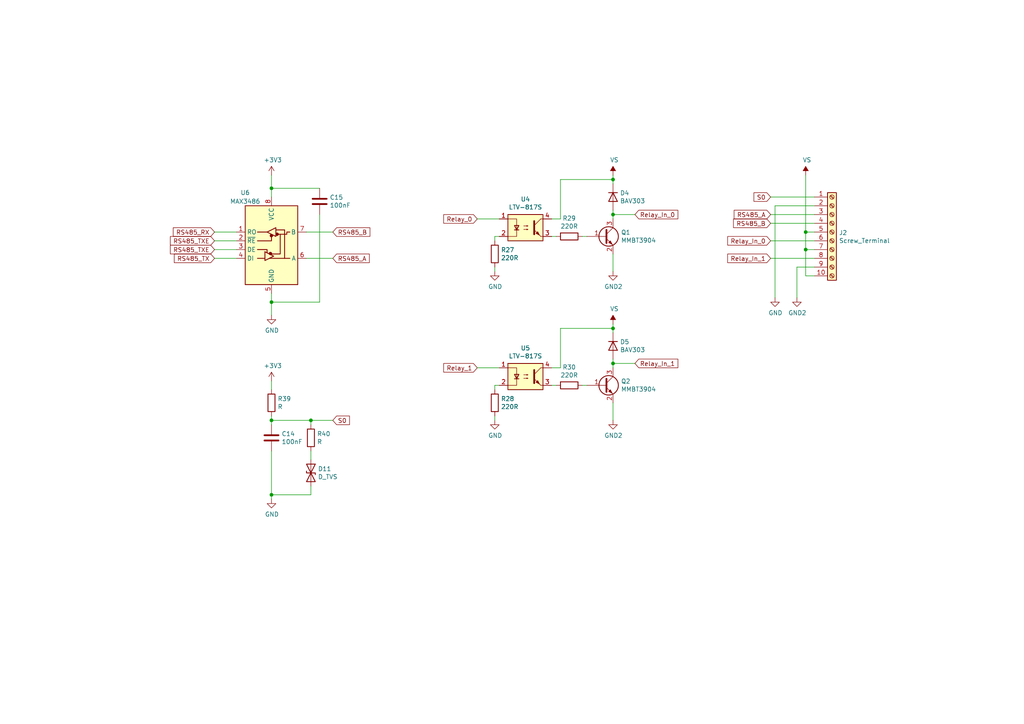
<source format=kicad_sch>
(kicad_sch (version 20211123) (generator eeschema)
  (paper "A4")
  (lib_symbols
    (symbol "Connector:Screw_Terminal_01x10" (pin_names (offset 1.016) hide)
      (property "Reference" "J" (at 0 12.7 0))
      (property "Value" "Screw_Terminal_01x10" (at 0 -15.24 0))
      (symbol "Screw_Terminal_01x10_1_1"
        (rectangle (start -1.27 11.43) (end 1.27 -13.97) (stroke (width 0.254)) (fill (type background)))
        (circle (center 0 -12.7) (radius 0.635) (stroke (width 0.1524)))
        (circle (center 0 -10.16) (radius 0.635) (stroke (width 0.1524)))
        (circle (center 0 -7.62) (radius 0.635) (stroke (width 0.1524)))
        (circle (center 0 -5.08) (radius 0.635) (stroke (width 0.1524)))
        (circle (center 0 -2.54) (radius 0.635) (stroke (width 0.1524)))
        (polyline (pts (xy -0.5334 -12.3698) (xy 0.3302 -13.208)) (stroke (width 0.1524)))
        (polyline (pts (xy -0.5334 -9.8298) (xy 0.3302 -10.668)) (stroke (width 0.1524)))
        (polyline (pts (xy -0.5334 -7.2898) (xy 0.3302 -8.128)) (stroke (width 0.1524)))
        (polyline (pts (xy -0.5334 -4.7498) (xy 0.3302 -5.588)) (stroke (width 0.1524)))
        (polyline (pts (xy -0.5334 -2.2098) (xy 0.3302 -3.048)) (stroke (width 0.1524)))
        (polyline (pts (xy -0.5334 0.3302) (xy 0.3302 -0.508)) (stroke (width 0.1524)))
        (polyline (pts (xy -0.5334 2.8702) (xy 0.3302 2.032)) (stroke (width 0.1524)))
        (polyline (pts (xy -0.5334 5.4102) (xy 0.3302 4.572)) (stroke (width 0.1524)))
        (polyline (pts (xy -0.5334 7.9502) (xy 0.3302 7.112)) (stroke (width 0.1524)))
        (polyline (pts (xy -0.5334 10.4902) (xy 0.3302 9.652)) (stroke (width 0.1524)))
        (polyline (pts (xy -0.3556 -12.192) (xy 0.508 -13.0302)) (stroke (width 0.1524)))
        (polyline (pts (xy -0.3556 -9.652) (xy 0.508 -10.4902)) (stroke (width 0.1524)))
        (polyline (pts (xy -0.3556 -7.112) (xy 0.508 -7.9502)) (stroke (width 0.1524)))
        (polyline (pts (xy -0.3556 -4.572) (xy 0.508 -5.4102)) (stroke (width 0.1524)))
        (polyline (pts (xy -0.3556 -2.032) (xy 0.508 -2.8702)) (stroke (width 0.1524)))
        (polyline (pts (xy -0.3556 0.508) (xy 0.508 -0.3302)) (stroke (width 0.1524)))
        (polyline (pts (xy -0.3556 3.048) (xy 0.508 2.2098)) (stroke (width 0.1524)))
        (polyline (pts (xy -0.3556 5.588) (xy 0.508 4.7498)) (stroke (width 0.1524)))
        (polyline (pts (xy -0.3556 8.128) (xy 0.508 7.2898)) (stroke (width 0.1524)))
        (polyline (pts (xy -0.3556 10.668) (xy 0.508 9.8298)) (stroke (width 0.1524)))
        (circle (center 0 0) (radius 0.635) (stroke (width 0.1524)))
        (circle (center 0 2.54) (radius 0.635) (stroke (width 0.1524)))
        (circle (center 0 5.08) (radius 0.635) (stroke (width 0.1524)))
        (circle (center 0 7.62) (radius 0.635) (stroke (width 0.1524)))
        (circle (center 0 10.16) (radius 0.635) (stroke (width 0.1524)))
        (pin passive line (at -5.08 10.16 0) (length 3.81) (name "Pin_1") (number "1"))
        (pin passive line (at -5.08 -12.7 0) (length 3.81) (name "Pin_10") (number "10"))
        (pin passive line (at -5.08 7.62 0) (length 3.81) (name "Pin_2") (number "2"))
        (pin passive line (at -5.08 5.08 0) (length 3.81) (name "Pin_3") (number "3"))
        (pin passive line (at -5.08 2.54 0) (length 3.81) (name "Pin_4") (number "4"))
        (pin passive line (at -5.08 0 0) (length 3.81) (name "Pin_5") (number "5"))
        (pin passive line (at -5.08 -2.54 0) (length 3.81) (name "Pin_6") (number "6"))
        (pin passive line (at -5.08 -5.08 0) (length 3.81) (name "Pin_7") (number "7"))
        (pin passive line (at -5.08 -7.62 0) (length 3.81) (name "Pin_8") (number "8"))
        (pin passive line (at -5.08 -10.16 0) (length 3.81) (name "Pin_9") (number "9"))
      )
    )
    (symbol "Device:C" (pin_numbers hide) (pin_names (offset 0.254))
      (property "Reference" "C" (at 0.635 2.54 0))
      (property "Value" "C" (at 0.635 -2.54 0))
      (symbol "C_0_1"
        (polyline (pts (xy -2.032 -0.762) (xy 2.032 -0.762)) (stroke (width 0.508)))
        (polyline (pts (xy -2.032 0.762) (xy 2.032 0.762)) (stroke (width 0.508)))
      )
      (symbol "C_1_1"
        (pin passive line (at 0 3.81 270) (length 2.794) (name "~") (number "1"))
        (pin passive line (at 0 -3.81 90) (length 2.794) (name "~") (number "2"))
      )
    )
    (symbol "Device:D_TVS" (pin_numbers hide) (pin_names (offset 1.016) hide)
      (property "Reference" "D" (at 0 2.54 0))
      (property "Value" "D_TVS" (at 0 -2.54 0))
      (symbol "D_TVS_0_1"
        (polyline (pts (xy 1.27 0) (xy -1.27 0)))
        (polyline (pts (xy 0.508 1.27) (xy 0 1.27) (xy 0 -1.27) (xy -0.508 -1.27)) (stroke (width 0.254)))
        (polyline (pts (xy -2.54 1.27) (xy -2.54 -1.27) (xy 2.54 1.27) (xy 2.54 -1.27) (xy -2.54 1.27)) (stroke (width 0.254)))
      )
      (symbol "D_TVS_1_1"
        (pin passive line (at -3.81 0 0) (length 2.54) (name "A1") (number "1"))
        (pin passive line (at 3.81 0 180) (length 2.54) (name "A2") (number "2"))
      )
    )
    (symbol "Device:R" (pin_numbers hide) (pin_names (offset 0))
      (property "Reference" "R" (at 2.032 0 90))
      (property "Value" "R" (at 0 0 90))
      (symbol "R_0_1"
        (rectangle (start -1.016 -2.54) (end 1.016 2.54) (stroke (width 0.254)))
      )
      (symbol "R_1_1"
        (pin passive line (at 0 3.81 270) (length 1.27) (name "~") (number "1"))
        (pin passive line (at 0 -3.81 90) (length 1.27) (name "~") (number "2"))
      )
    )
    (symbol "Diode:BAV303" (pin_numbers hide) (pin_names hide)
      (property "Reference" "D" (at 0 2.54 0))
      (property "Value" "BAV303" (at 0 -2.54 0))
      (symbol "BAV303_0_1"
        (polyline (pts (xy -1.27 1.27) (xy -1.27 -1.27)) (stroke (width 0.254)))
        (polyline (pts (xy 1.27 0) (xy -1.27 0)))
        (polyline (pts (xy 1.27 1.27) (xy 1.27 -1.27) (xy -1.27 0) (xy 1.27 1.27)) (stroke (width 0.254)))
      )
      (symbol "BAV303_1_1"
        (pin passive line (at -3.81 0 0) (length 2.54) (name "K") (number "1"))
        (pin passive line (at 3.81 0 180) (length 2.54) (name "A") (number "2"))
      )
    )
    (symbol "Interface_UART:MAX3486"
      (property "Reference" "U" (at -6.096 11.43 0))
      (property "Value" "MAX3486" (at 0.762 11.43 0))
      (symbol "MAX3486_0_1"
        (rectangle (start -7.62 10.16) (end 7.62 -12.7) (stroke (width 0.254)) (fill (type background)))
        (circle (center -0.3048 -3.683) (radius 0.3556) (stroke (width 0.254)) (fill (type outline)))
        (circle (center -0.0254 1.4986) (radius 0.3556) (stroke (width 0.254)) (fill (type outline)))
        (polyline (pts (xy -4.064 -5.08) (xy -1.905 -5.08)) (stroke (width 0.254)))
        (polyline (pts (xy -4.064 2.54) (xy -1.27 2.54)) (stroke (width 0.254)))
        (polyline (pts (xy -1.27 -3.2004) (xy -1.27 -3.4544)) (stroke (width 0.254)))
        (polyline (pts (xy -0.635 -5.08) (xy 5.334 -5.08)) (stroke (width 0.254)))
        (polyline (pts (xy -4.064 -2.54) (xy -1.27 -2.54) (xy -1.27 -3.175)) (stroke (width 0.254)))
        (polyline (pts (xy 0 1.27) (xy 0 0) (xy -4.064 0)) (stroke (width 0.254)))
        (polyline (pts (xy 1.27 3.175) (xy 3.81 3.175) (xy 3.81 -5.08)) (stroke (width 0.254)))
        (polyline (pts (xy 2.54 1.905) (xy 2.54 -3.81) (xy 0 -3.81)) (stroke (width 0.254)))
        (polyline (pts (xy -1.905 -3.175) (xy -1.905 -5.715) (xy 0.635 -4.445) (xy -1.905 -3.175)) (stroke (width 0.254)))
        (polyline (pts (xy -1.27 2.54) (xy 1.27 3.81) (xy 1.27 1.27) (xy -1.27 2.54)) (stroke (width 0.254)))
        (polyline (pts (xy 1.905 1.905) (xy 4.445 1.905) (xy 4.445 2.54) (xy 5.334 2.54)) (stroke (width 0.254)))
        (rectangle (start 1.27 3.175) (end 1.27 3.175))
        (circle (center 1.651 1.905) (radius 0.3556) (stroke (width 0.254)) (fill (type outline)))
      )
      (symbol "MAX3486_1_1"
        (pin output line (at -10.16 2.54 0) (length 2.54) (name "RO") (number "1"))
        (pin input line (at -10.16 0 0) (length 2.54) (name "~{RE}") (number "2"))
        (pin input line (at -10.16 -2.54 0) (length 2.54) (name "DE") (number "3"))
        (pin input line (at -10.16 -5.08 0) (length 2.54) (name "DI") (number "4"))
        (pin power_in line (at 0 -15.24 90) (length 2.54) (name "GND") (number "5"))
        (pin bidirectional line (at 10.16 -5.08 180) (length 2.54) (name "A") (number "6"))
        (pin bidirectional line (at 10.16 2.54 180) (length 2.54) (name "B") (number "7"))
        (pin power_in line (at 0 12.7 270) (length 2.54) (name "VCC") (number "8"))
      )
    )
    (symbol "Isolator:LTV-817S" (pin_names (offset 1.016))
      (property "Reference" "U" (at -3.81 5.08 0))
      (property "Value" "LTV-817S" (at 0 -5.08 0))
      (symbol "LTV-817S_1_1"
        (rectangle (start -5.08 3.81) (end 5.08 -3.81) (stroke (width 0.254)) (fill (type background)))
        (polyline (pts (xy -3.175 -0.635) (xy -1.905 -0.635)) (stroke (width 0.254)))
        (polyline (pts (xy 2.54 0.635) (xy 4.445 2.54)))
        (polyline (pts (xy 4.445 -2.54) (xy 2.54 -0.635)) (fill (type outline)))
        (polyline (pts (xy 4.445 -2.54) (xy 5.08 -2.54)))
        (polyline (pts (xy 4.445 2.54) (xy 5.08 2.54)))
        (polyline (pts (xy -5.08 2.54) (xy -2.54 2.54) (xy -2.54 -0.762)))
        (polyline (pts (xy -2.54 -0.635) (xy -2.54 -2.54) (xy -5.08 -2.54)))
        (polyline (pts (xy 2.54 1.905) (xy 2.54 -1.905) (xy 2.54 -1.905)) (stroke (width 0.508)))
        (polyline (pts (xy -2.54 -0.635) (xy -3.175 0.635) (xy -1.905 0.635) (xy -2.54 -0.635)) (stroke (width 0.254)))
        (polyline (pts (xy -0.508 -0.508) (xy 0.762 -0.508) (xy 0.381 -0.635) (xy 0.381 -0.381) (xy 0.762 -0.508)))
        (polyline (pts (xy -0.508 0.508) (xy 0.762 0.508) (xy 0.381 0.381) (xy 0.381 0.635) (xy 0.762 0.508)))
        (polyline (pts (xy 3.048 -1.651) (xy 3.556 -1.143) (xy 4.064 -2.159) (xy 3.048 -1.651) (xy 3.048 -1.651)) (fill (type outline)))
        (pin passive line (at -7.62 2.54 0) (length 2.54) (name "~") (number "1"))
        (pin passive line (at -7.62 -2.54 0) (length 2.54) (name "~") (number "2"))
        (pin passive line (at 7.62 -2.54 180) (length 2.54) (name "~") (number "3"))
        (pin passive line (at 7.62 2.54 180) (length 2.54) (name "~") (number "4"))
      )
    )
    (symbol "Transistor_BJT:MMBT3904" (pin_names (offset 0) hide)
      (property "Reference" "Q" (at 5.08 1.905 0))
      (property "Value" "MMBT3904" (at 5.08 0 0))
      (symbol "MMBT3904_0_1"
        (polyline (pts (xy 0.635 0.635) (xy 2.54 2.54)))
        (polyline (pts (xy 0.635 -0.635) (xy 2.54 -2.54) (xy 2.54 -2.54)))
        (polyline (pts (xy 0.635 1.905) (xy 0.635 -1.905) (xy 0.635 -1.905)) (stroke (width 0.508)))
        (polyline (pts (xy 1.27 -1.778) (xy 1.778 -1.27) (xy 2.286 -2.286) (xy 1.27 -1.778) (xy 1.27 -1.778)) (fill (type outline)))
        (circle (center 1.27 0) (radius 2.8194) (stroke (width 0.254)))
      )
      (symbol "MMBT3904_1_1"
        (pin input line (at -5.08 0 0) (length 5.715) (name "B") (number "1"))
        (pin passive line (at 2.54 -5.08 90) (length 2.54) (name "E") (number "2"))
        (pin passive line (at 2.54 5.08 270) (length 2.54) (name "C") (number "3"))
      )
    )
    (symbol "power:+3V3" (power) (pin_names (offset 0))
      (property "Value" "+3V3" (at 0 3.556 0))
      (symbol "+3V3_0_1"
        (polyline (pts (xy -0.762 1.27) (xy 0 2.54)))
        (polyline (pts (xy 0 0) (xy 0 2.54)))
        (polyline (pts (xy 0 2.54) (xy 0.762 1.27)))
      )
      (symbol "+3V3_1_1"
        (pin power_in line (at 0 0 90) (length 0) hide (name "+3V3") (number "1"))
      )
    )
    (symbol "power:GND" (power) (pin_names (offset 0))
      (property "Value" "GND" (at 0 -3.81 0))
      (symbol "GND_0_1"
        (polyline (pts (xy 0 0) (xy 0 -1.27) (xy 1.27 -1.27) (xy 0 -2.54) (xy -1.27 -1.27) (xy 0 -1.27)))
      )
      (symbol "GND_1_1"
        (pin power_in line (at 0 0 270) (length 0) hide (name "GND") (number "1"))
      )
    )
    (symbol "power:GND2" (power) (pin_names (offset 0))
      (property "Value" "GND2" (at 0 -3.81 0))
      (symbol "GND2_0_1"
        (polyline (pts (xy 0 0) (xy 0 -1.27) (xy 1.27 -1.27) (xy 0 -2.54) (xy -1.27 -1.27) (xy 0 -1.27)))
      )
      (symbol "GND2_1_1"
        (pin power_in line (at 0 0 270) (length 0) hide (name "GND2") (number "1"))
      )
    )
    (symbol "power:VS" (power) (pin_names (offset 0))
      (property "Value" "VS" (at 0 3.81 0))
      (symbol "VS_0_1"
        (polyline (pts (xy 0 0) (xy 0 2.54)))
        (polyline (pts (xy 0.762 1.27) (xy -0.762 1.27) (xy 0 2.54) (xy 0.762 1.27)) (fill (type outline)))
      )
      (symbol "VS_1_1"
        (pin power_in line (at 0 0 90) (length 0) hide (name "VS") (number "1"))
      )
    )
  )
  (junction (at 78.74 143.51))
  (junction (at 78.74 54.61))
  (junction (at 78.74 87.63))
  (junction (at 177.8 95.25))
  (junction (at 177.8 62.23))
  (junction (at 78.74 121.92))
  (junction (at 233.68 72.39))
  (junction (at 177.8 52.07))
  (junction (at 90.17 121.92))
  (junction (at 233.68 67.31))
  (junction (at 177.8 105.41))
  (wire (pts (xy 90.17 121.92) (xy 90.17 123.19)))
  (wire (pts (xy 233.68 72.39) (xy 236.22 72.39)))
  (wire (pts (xy 92.71 54.61) (xy 78.74 54.61)))
  (wire (pts (xy 160.02 68.58) (xy 161.29 68.58)))
  (wire (pts (xy 177.8 95.25) (xy 177.8 93.98)))
  (wire (pts (xy 223.52 62.23) (xy 236.22 62.23)))
  (wire (pts (xy 233.68 67.31) (xy 233.68 50.8)))
  (wire (pts (xy 78.74 121.92) (xy 90.17 121.92)))
  (wire (pts (xy 223.52 57.15) (xy 236.22 57.15)))
  (wire (pts (xy 177.8 96.52) (xy 177.8 95.25)))
  (wire (pts (xy 162.56 95.25) (xy 162.56 106.68)))
  (wire (pts (xy 90.17 143.51) (xy 78.74 143.51)))
  (wire (pts (xy 78.74 120.65) (xy 78.74 121.92)))
  (wire (pts (xy 143.51 120.65) (xy 143.51 121.92)))
  (wire (pts (xy 143.51 69.85) (xy 143.51 68.58)))
  (wire (pts (xy 92.71 87.63) (xy 92.71 62.23)))
  (wire (pts (xy 160.02 111.76) (xy 161.29 111.76)))
  (wire (pts (xy 143.51 113.03) (xy 143.51 111.76)))
  (wire (pts (xy 231.14 77.47) (xy 231.14 86.36)))
  (wire (pts (xy 177.8 95.25) (xy 162.56 95.25)))
  (wire (pts (xy 233.68 72.39) (xy 233.68 80.01)))
  (wire (pts (xy 223.52 74.93) (xy 236.22 74.93)))
  (wire (pts (xy 143.51 77.47) (xy 143.51 78.74)))
  (wire (pts (xy 88.9 74.93) (xy 96.52 74.93)))
  (wire (pts (xy 223.52 69.85) (xy 236.22 69.85)))
  (wire (pts (xy 177.8 73.66) (xy 177.8 78.74)))
  (wire (pts (xy 78.74 50.8) (xy 78.74 54.61)))
  (wire (pts (xy 177.8 53.34) (xy 177.8 52.07)))
  (wire (pts (xy 168.91 111.76) (xy 170.18 111.76)))
  (wire (pts (xy 78.74 121.92) (xy 78.74 123.19)))
  (wire (pts (xy 177.8 105.41) (xy 177.8 106.68)))
  (wire (pts (xy 233.68 72.39) (xy 233.68 67.31)))
  (wire (pts (xy 177.8 62.23) (xy 177.8 63.5)))
  (wire (pts (xy 177.8 105.41) (xy 184.15 105.41)))
  (wire (pts (xy 90.17 121.92) (xy 96.52 121.92)))
  (wire (pts (xy 78.74 144.78) (xy 78.74 143.51)))
  (wire (pts (xy 231.14 77.47) (xy 236.22 77.47)))
  (wire (pts (xy 62.23 72.39) (xy 68.58 72.39)))
  (wire (pts (xy 177.8 116.84) (xy 177.8 121.92)))
  (wire (pts (xy 177.8 104.14) (xy 177.8 105.41)))
  (wire (pts (xy 168.91 68.58) (xy 170.18 68.58)))
  (wire (pts (xy 177.8 60.96) (xy 177.8 62.23)))
  (wire (pts (xy 224.79 59.69) (xy 236.22 59.69)))
  (wire (pts (xy 143.51 111.76) (xy 144.78 111.76)))
  (wire (pts (xy 138.43 106.68) (xy 144.78 106.68)))
  (wire (pts (xy 78.74 54.61) (xy 78.74 57.15)))
  (wire (pts (xy 233.68 80.01) (xy 236.22 80.01)))
  (wire (pts (xy 88.9 67.31) (xy 96.52 67.31)))
  (wire (pts (xy 177.8 62.23) (xy 184.15 62.23)))
  (wire (pts (xy 90.17 140.97) (xy 90.17 143.51)))
  (wire (pts (xy 62.23 67.31) (xy 68.58 67.31)))
  (wire (pts (xy 162.56 52.07) (xy 162.56 63.5)))
  (wire (pts (xy 78.74 130.81) (xy 78.74 143.51)))
  (wire (pts (xy 233.68 67.31) (xy 236.22 67.31)))
  (wire (pts (xy 223.52 64.77) (xy 236.22 64.77)))
  (wire (pts (xy 162.56 106.68) (xy 160.02 106.68)))
  (wire (pts (xy 78.74 110.49) (xy 78.74 113.03)))
  (wire (pts (xy 224.79 59.69) (xy 224.79 86.36)))
  (wire (pts (xy 78.74 91.44) (xy 78.74 87.63)))
  (wire (pts (xy 138.43 63.5) (xy 144.78 63.5)))
  (wire (pts (xy 68.58 69.85) (xy 62.23 69.85)))
  (wire (pts (xy 78.74 85.09) (xy 78.74 87.63)))
  (wire (pts (xy 78.74 87.63) (xy 92.71 87.63)))
  (wire (pts (xy 162.56 63.5) (xy 160.02 63.5)))
  (wire (pts (xy 62.23 74.93) (xy 68.58 74.93)))
  (wire (pts (xy 143.51 68.58) (xy 144.78 68.58)))
  (wire (pts (xy 177.8 52.07) (xy 177.8 50.8)))
  (wire (pts (xy 177.8 52.07) (xy 162.56 52.07)))
  (wire (pts (xy 90.17 130.81) (xy 90.17 133.35)))
  (global_label "RS485_RX" (shape input) (at 62.23 67.31 180) (property "Intersheet References" "${INTERSHEET_REFS}" (effects hide)))
  (global_label "RS485_A" (shape input) (at 96.52 74.93 0) (property "Intersheet References" "${INTERSHEET_REFS}" (effects hide)))
  (global_label "Relay_1" (shape input) (at 138.43 106.68 180) (property "Intersheet References" "${INTERSHEET_REFS}" (effects hide)))
  (global_label "Relay_In_1" (shape input) (at 184.15 105.41 0) (property "Intersheet References" "${INTERSHEET_REFS}" (effects hide)))
  (global_label "RS485_TX" (shape input) (at 62.23 74.93 180) (property "Intersheet References" "${INTERSHEET_REFS}" (effects hide)))
  (global_label "RS485_B" (shape input) (at 96.52 67.31 0) (property "Intersheet References" "${INTERSHEET_REFS}" (effects hide)))
  (global_label "Relay_In_1" (shape input) (at 223.52 74.93 180) (property "Intersheet References" "${INTERSHEET_REFS}" (effects hide)))
  (global_label "Relay_0" (shape input) (at 138.43 63.5 180) (property "Intersheet References" "${INTERSHEET_REFS}" (effects hide)))
  (global_label "RS485_A" (shape input) (at 223.52 62.23 180) (property "Intersheet References" "${INTERSHEET_REFS}" (effects hide)))
  (global_label "Relay_In_0" (shape input) (at 223.52 69.85 180) (property "Intersheet References" "${INTERSHEET_REFS}" (effects hide)))
  (global_label "S0" (shape input) (at 223.52 57.15 180) (property "Intersheet References" "${INTERSHEET_REFS}" (effects hide)))
  (global_label "RS485_TXE" (shape input) (at 62.23 72.39 180) (property "Intersheet References" "${INTERSHEET_REFS}" (effects hide)))
  (global_label "S0" (shape input) (at 96.52 121.92 0) (property "Intersheet References" "${INTERSHEET_REFS}" (effects hide)))
  (global_label "RS485_B" (shape input) (at 223.52 64.77 180) (property "Intersheet References" "${INTERSHEET_REFS}" (effects hide)))
  (global_label "Relay_In_0" (shape input) (at 184.15 62.23 0) (property "Intersheet References" "${INTERSHEET_REFS}" (effects hide)))
  (global_label "RS485_TXE" (shape input) (at 62.23 69.85 180) (property "Intersheet References" "${INTERSHEET_REFS}" (effects hide)))
  (symbol (lib_id "Connector:Screw_Terminal_01x10") (at 241.3 67.31 0) (unit 1)
    (property "Reference" "J2" (at 243.332 67.5132 0) (effects (justify left)))
    (property "Value" "Screw_Terminal" (at 243.332 69.8246 0) (effects (justify left)))
    (property "Footprint" "footprints:TE_1-1776113-0" (effects hide))
  )
  (symbol (lib_id "Isolator:LTV-817S") (at 152.4 66.04 0) (unit 1)
    (property "Reference" "U4" (at 152.4 57.785 0))
    (property "Value" "LTV-817S" (at 152.4 60.0964 0))
    (property "Footprint" "Package_DIP:SMDIP-4_W9.53mm" (effects hide))
    (property "Datasheet" "http://www.us.liteon.com/downloads/LTV-817-827-847.PDF" (effects hide))
  )
  (symbol (lib_id "Transistor_BJT:MMBT3904") (at 175.26 68.58 0) (unit 1)
    (property "Reference" "Q1" (at 180.1114 67.4116 0) (effects (justify left)))
    (property "Value" "MMBT3904" (at 180.1114 69.723 0) (effects (justify left)))
    (property "Footprint" "Package_TO_SOT_SMD:SOT-23" (effects hide))
    (property "Datasheet" "https://www.onsemi.com/pub/Collateral/2N3903-D.PDF" (effects hide))
  )
  (symbol (lib_id "Diode:BAV303") (at 177.8 57.15 270) (unit 1)
    (property "Reference" "D4" (at 179.832 55.9816 90) (effects (justify left)))
    (property "Value" "BAV303" (at 179.832 58.293 90) (effects (justify left)))
    (property "Footprint" "Diode_SMD:D_MicroMELF" (effects hide))
    (property "Datasheet" "http://www.vishay.com/docs/85545/bav300.pdf" (effects hide))
  )
  (symbol (lib_id "Device:R") (at 165.1 68.58 270) (unit 1)
    (property "Reference" "R29" (at 165.1 63.3222 90))
    (property "Value" "220R" (at 165.1 65.6336 90))
    (property "Footprint" "Resistor_SMD:R_1206_3216Metric_Pad1.30x1.75mm_HandSolder" (effects hide))
  )
  (symbol (lib_id "Device:R") (at 143.51 73.66 0) (unit 1)
    (property "Reference" "R27" (at 145.288 72.4916 0) (effects (justify left)))
    (property "Value" "220R" (at 145.288 74.803 0) (effects (justify left)))
    (property "Footprint" "Resistor_SMD:R_1206_3216Metric_Pad1.30x1.75mm_HandSolder" (effects hide))
  )
  (symbol (lib_id "power:GND") (at 143.51 78.74 0) (unit 1)
    (property "Reference" "#PWR09" (effects hide))
    (property "Value" "GND" (at 143.637 83.1342 0))
  )
  (symbol (lib_id "power:GND2") (at 177.8 78.74 0) (unit 1)
    (property "Reference" "#PWR012" (effects hide))
    (property "Value" "GND2" (at 177.927 83.1342 0))
  )
  (symbol (lib_id "power:VS") (at 177.8 50.8 0) (unit 1)
    (property "Reference" "#PWR011" (effects hide))
    (property "Value" "VS" (at 178.181 46.4058 0))
  )
  (symbol (lib_id "Isolator:LTV-817S") (at 152.4 109.22 0) (unit 1)
    (property "Reference" "U5" (at 152.4 100.965 0))
    (property "Value" "LTV-817S" (at 152.4 103.2764 0))
    (property "Footprint" "Package_DIP:SMDIP-4_W9.53mm" (effects hide))
    (property "Datasheet" "http://www.us.liteon.com/downloads/LTV-817-827-847.PDF" (effects hide))
  )
  (symbol (lib_id "Transistor_BJT:MMBT3904") (at 175.26 111.76 0) (unit 1)
    (property "Reference" "Q2" (at 180.1114 110.5916 0) (effects (justify left)))
    (property "Value" "MMBT3904" (at 180.1114 112.903 0) (effects (justify left)))
    (property "Footprint" "Package_TO_SOT_SMD:SOT-23" (effects hide))
    (property "Datasheet" "https://www.onsemi.com/pub/Collateral/2N3903-D.PDF" (effects hide))
  )
  (symbol (lib_id "Diode:BAV303") (at 177.8 100.33 270) (unit 1)
    (property "Reference" "D5" (at 179.832 99.1616 90) (effects (justify left)))
    (property "Value" "BAV303" (at 179.832 101.473 90) (effects (justify left)))
    (property "Footprint" "Diode_SMD:D_MicroMELF" (effects hide))
    (property "Datasheet" "http://www.vishay.com/docs/85545/bav300.pdf" (effects hide))
  )
  (symbol (lib_id "Device:R") (at 165.1 111.76 270) (unit 1)
    (property "Reference" "R30" (at 165.1 106.5022 90))
    (property "Value" "220R" (at 165.1 108.8136 90))
    (property "Footprint" "Resistor_SMD:R_1206_3216Metric_Pad1.30x1.75mm_HandSolder" (effects hide))
  )
  (symbol (lib_id "Device:R") (at 143.51 116.84 0) (unit 1)
    (property "Reference" "R28" (at 145.288 115.6716 0) (effects (justify left)))
    (property "Value" "220R" (at 145.288 117.983 0) (effects (justify left)))
    (property "Footprint" "Resistor_SMD:R_1206_3216Metric_Pad1.30x1.75mm_HandSolder" (effects hide))
  )
  (symbol (lib_id "power:GND") (at 143.51 121.92 0) (unit 1)
    (property "Reference" "#PWR010" (effects hide))
    (property "Value" "GND" (at 143.637 126.3142 0))
  )
  (symbol (lib_id "power:GND2") (at 177.8 121.92 0) (unit 1)
    (property "Reference" "#PWR014" (effects hide))
    (property "Value" "GND2" (at 177.927 126.3142 0))
  )
  (symbol (lib_id "power:VS") (at 177.8 93.98 0) (unit 1)
    (property "Reference" "#PWR013" (effects hide))
    (property "Value" "VS" (at 178.181 89.5858 0))
  )
  (symbol (lib_id "power:GND2") (at 231.14 86.36 0) (unit 1)
    (property "Reference" "#PWR016" (effects hide))
    (property "Value" "GND2" (at 231.267 90.7542 0))
  )
  (symbol (lib_id "power:VS") (at 233.68 50.8 0) (unit 1)
    (property "Reference" "#PWR015" (effects hide))
    (property "Value" "VS" (at 234.061 46.4058 0))
  )
  (symbol (lib_id "Interface_UART:MAX3486") (at 78.74 69.85 0) (unit 1)
    (property "Reference" "U6" (at 71.12 55.88 0))
    (property "Value" "MAX3486" (at 71.12 58.42 0))
    (property "Footprint" "Package_SO:SOIC-8_3.9x4.9mm_P1.27mm" (effects hide))
    (property "Datasheet" "https://datasheets.maximintegrated.com/en/ds/MAX3483-MAX3491.pdf" (effects hide))
  )
  (symbol (lib_id "power:+3V3") (at 78.74 50.8 0) (unit 1)
    (property "Reference" "#PWR0127" (effects hide))
    (property "Value" "+3V3" (at 79.121 46.4058 0))
  )
  (symbol (lib_id "Device:C") (at 92.71 58.42 0) (unit 1)
    (property "Reference" "C15" (at 95.631 57.2516 0) (effects (justify left)))
    (property "Value" "100nF" (at 95.631 59.563 0) (effects (justify left)))
    (property "Footprint" "Capacitor_SMD:C_1206_3216Metric_Pad1.33x1.80mm_HandSolder" (effects hide))
  )
  (symbol (lib_id "power:GND") (at 78.74 91.44 0) (unit 1)
    (property "Reference" "#PWR0128" (effects hide))
    (property "Value" "GND" (at 78.867 95.8342 0))
  )
  (symbol (lib_id "Device:D_TVS") (at 90.17 137.16 270) (unit 1)
    (property "Reference" "D11" (at 92.202 135.9916 90) (effects (justify left)))
    (property "Value" "D_TVS" (at 92.202 138.303 90) (effects (justify left)))
    (property "Footprint" "Diode_SMD:D_0603_1608Metric_Pad1.05x0.95mm_HandSolder" (effects hide))
  )
  (symbol (lib_id "Device:C") (at 78.74 127 0) (unit 1)
    (property "Reference" "C14" (at 81.661 125.8316 0) (effects (justify left)))
    (property "Value" "100nF" (at 81.661 128.143 0) (effects (justify left)))
    (property "Footprint" "Capacitor_SMD:C_1206_3216Metric_Pad1.33x1.80mm_HandSolder" (effects hide))
  )
  (symbol (lib_id "Device:R") (at 90.17 127 0) (unit 1)
    (property "Reference" "R40" (at 91.948 125.8316 0) (effects (justify left)))
    (property "Value" "R" (at 91.948 128.143 0) (effects (justify left)))
    (property "Footprint" "Resistor_SMD:R_1206_3216Metric_Pad1.30x1.75mm_HandSolder" (effects hide))
  )
  (symbol (lib_id "Device:R") (at 78.74 116.84 0) (unit 1)
    (property "Reference" "R39" (at 80.518 115.6716 0) (effects (justify left)))
    (property "Value" "R" (at 80.518 117.983 0) (effects (justify left)))
    (property "Footprint" "Resistor_SMD:R_1206_3216Metric_Pad1.30x1.75mm_HandSolder" (effects hide))
  )
  (symbol (lib_id "power:GND") (at 78.74 144.78 0) (unit 1)
    (property "Reference" "#PWR0129" (effects hide))
    (property "Value" "GND" (at 78.867 149.1742 0))
  )
  (symbol (lib_id "power:+3V3") (at 78.74 110.49 0) (unit 1)
    (property "Reference" "#PWR0130" (effects hide))
    (property "Value" "+3V3" (at 79.121 106.0958 0))
  )
  (symbol (lib_id "power:GND") (at 224.79 86.36 0) (unit 1)
    (property "Reference" "#PWR0135" (effects hide))
    (property "Value" "GND" (at 224.917 90.7542 0))
  )
)
</source>
